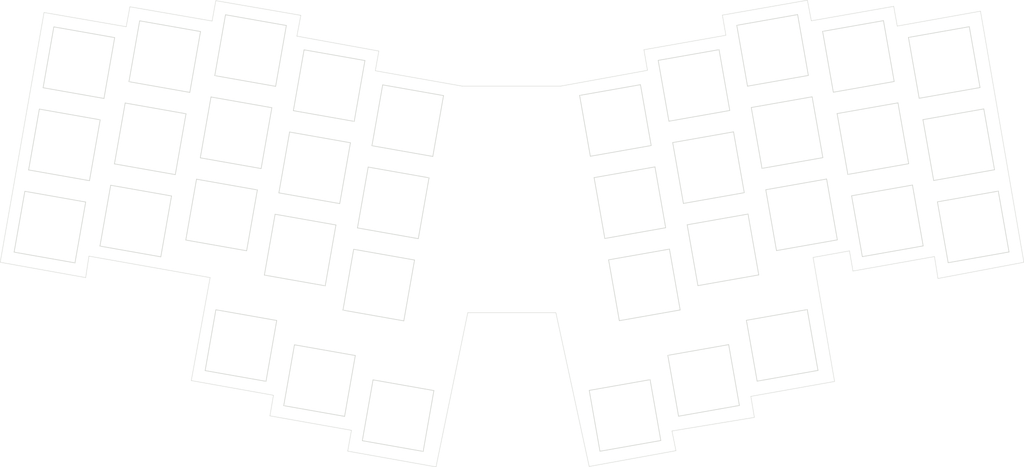
<source format=kicad_pcb>
(kicad_pcb (version 20221018) (generator pcbnew)
  (layers (0 "F.Cu" signal) (31 "B.Cu" signal) (34 "B.Paste" user) (35 "F.Paste" user) (36 "B.SilkS" user "B.Silkscreen") (37 "F.SilkS" user "F.Silkscreen") (38 "B.Mask" user) (39 "F.Mask" user) (44 "Edge.Cuts" user))
  (net 0 "")
  (footprint "kbd_SW_Hole:SW_Hole_1u" (layer "F.Cu") (at 33.339352 87.973129 -10)
    (fp_text reference "SW21" hide)
    (fp_text value "SW_PUSH" hide)
    (fp_line (start -7.05 -7.05) (end 7.05 -7.05) (stroke (width 0.15)) (layer "Edge.Cuts"))
    (fp_line (start -7.05 7.05) (end -7.05 -7.05) (stroke (width 0.15)) (layer "Edge.Cuts"))
    (fp_line (start 7.05 -7.05) (end 7.05 7.05) (stroke (width 0.15)) (layer "Edge.Cuts"))
    (fp_line (start 7.05 7.05) (end -7.05 7.05) (stroke (width 0.15)) (layer "Edge.Cuts"))
  )
  (footprint "kbd_SW_Hole:SW_Hole_1u" (layer "F.Cu") (at 72.514526 85.208831 -10)
    (fp_text reference "SW23" hide)
    (fp_text value "SW_PUSH" hide)
    (fp_line (start -7.05 -7.05) (end 7.05 -7.05) (stroke (width 0.15)) (layer "Edge.Cuts"))
    (fp_line (start -7.05 7.05) (end -7.05 -7.05) (stroke (width 0.15)) (layer "Edge.Cuts"))
    (fp_line (start 7.05 -7.05) (end 7.05 7.05) (stroke (width 0.15)) (layer "Edge.Cuts"))
    (fp_line (start 7.05 7.05) (end -7.05 7.05) (stroke (width 0.15)) (layer "Edge.Cuts"))
  )
  (footprint "kbd_Hole:m2_Screw_Hole" (layer "F.Cu") (at 165.735 72.39)
    (fp_text reference "Ref**")
    (fp_text value "Val**")
    (pad "" np_thru_hole circle (at 0 0) (size 2.2 2.2) (drill 2.2) (layers "F&B.Cu" "*.Mask"))
  )
  (footprint "kbd_SW_Hole:SW_Hole_1u" (layer "F.Cu") (at 237.427311 50.410934 10)
    (fp_text reference "SW10" hide)
    (fp_text value "SW_PUSH" hide)
    (fp_line (start -7.05 -7.05) (end 7.05 -7.05) (stroke (width 0.15)) (layer "Edge.Cuts"))
    (fp_line (start -7.05 7.05) (end -7.05 -7.05) (stroke (width 0.15)) (layer "Edge.Cuts"))
    (fp_line (start 7.05 -7.05) (end 7.05 7.05) (stroke (width 0.15)) (layer "Edge.Cuts"))
    (fp_line (start 7.05 7.05) (end -7.05 7.05) (stroke (width 0.15)) (layer "Edge.Cuts"))
  )
  (footprint "kbd_SW_Hole:SW_Hole_1u" (layer "F.Cu") (at 217.839723 49.028785 10)
    (fp_text reference "SW9" hide)
    (fp_text value "SW_PUSH" hide)
    (fp_line (start -7.05 -7.05) (end 7.05 -7.05) (stroke (width 0.15)) (layer "Edge.Cuts"))
    (fp_line (start -7.05 7.05) (end -7.05 -7.05) (stroke (width 0.15)) (layer "Edge.Cuts"))
    (fp_line (start 7.05 -7.05) (end 7.05 7.05) (stroke (width 0.15)) (layer "Edge.Cuts"))
    (fp_line (start 7.05 7.05) (end -7.05 7.05) (stroke (width 0.15)) (layer "Edge.Cuts"))
  )
  (footprint "kbd_SW_Hole:SW_Hole_1u" (layer "F.Cu") (at 183.626546 74.405368 10)
    (fp_text reference "SW17" hide)
    (fp_text value "SW_PUSH" hide)
    (fp_line (start -7.05 -7.05) (end 7.05 -7.05) (stroke (width 0.15)) (layer "Edge.Cuts"))
    (fp_line (start -7.05 7.05) (end -7.05 -7.05) (stroke (width 0.15)) (layer "Edge.Cuts"))
    (fp_line (start 7.05 -7.05) (end 7.05 7.05) (stroke (width 0.15)) (layer "Edge.Cuts"))
    (fp_line (start 7.05 7.05) (end -7.05 7.05) (stroke (width 0.15)) (layer "Edge.Cuts"))
  )
  (footprint "kbd_SW_Hole:SW_Hole_1u" (layer "F.Cu") (at 201.560134 66.407223 10)
    (fp_text reference "SW18" hide)
    (fp_text value "SW_PUSH" hide)
    (fp_line (start -7.05 -7.05) (end 7.05 -7.05) (stroke (width 0.15)) (layer "Edge.Cuts"))
    (fp_line (start -7.05 7.05) (end -7.05 -7.05) (stroke (width 0.15)) (layer "Edge.Cuts"))
    (fp_line (start 7.05 -7.05) (end 7.05 7.05) (stroke (width 0.15)) (layer "Edge.Cuts"))
    (fp_line (start 7.05 7.05) (end -7.05 7.05) (stroke (width 0.15)) (layer "Edge.Cuts"))
  )
  (footprint "kbd_SW_Hole:SW_Hole_1u" (layer "F.Cu") (at 94.866412 123.001856 -10)
    (fp_text reference "SW32" hide)
    (fp_text value "SW_PUSH" hide)
    (fp_line (start -7.05 -7.05) (end 7.05 -7.05) (stroke (width 0.15)) (layer "Edge.Cuts"))
    (fp_line (start -7.05 7.05) (end -7.05 -7.05) (stroke (width 0.15)) (layer "Edge.Cuts"))
    (fp_line (start 7.05 -7.05) (end 7.05 7.05) (stroke (width 0.15)) (layer "Edge.Cuts"))
    (fp_line (start 7.05 7.05) (end -7.05 7.05) (stroke (width 0.15)) (layer "Edge.Cuts"))
  )
  (footprint "kbd_SW_Hole:SW_Hole_1u" (layer "F.Cu") (at 90.448114 93.206975 -10)
    (fp_text reference "SW24" hide)
    (fp_text value "SW_PUSH" hide)
    (fp_line (start -7.05 -7.05) (end 7.05 -7.05) (stroke (width 0.15)) (layer "Edge.Cuts"))
    (fp_line (start -7.05 7.05) (end -7.05 -7.05) (stroke (width 0.15)) (layer "Edge.Cuts"))
    (fp_line (start 7.05 -7.05) (end 7.05 7.05) (stroke (width 0.15)) (layer "Edge.Cuts"))
    (fp_line (start 7.05 7.05) (end -7.05 7.05) (stroke (width 0.15)) (layer "Edge.Cuts"))
  )
  (footprint "kbd_SW_Hole:SW_Hole_1u" (layer "F.Cu") (at 112.8 131 -10)
    (fp_text reference "SW33" hide)
    (fp_text value "SW_PUSH" hide)
    (fp_line (start -7.05 -7.05) (end 7.05 -7.05) (stroke (width 0.15)) (layer "Edge.Cuts"))
    (fp_line (start -7.05 7.05) (end -7.05 -7.05) (stroke (width 0.15)) (layer "Edge.Cuts"))
    (fp_line (start 7.05 -7.05) (end 7.05 7.05) (stroke (width 0.15)) (layer "Edge.Cuts"))
    (fp_line (start 7.05 7.05) (end -7.05 7.05) (stroke (width 0.15)) (layer "Edge.Cuts"))
  )
  (footprint "kbd_SW_Hole:SW_Hole_1u" (layer "F.Cu") (at 240.735308 69.171522 10)
    (fp_text reference "SW20" hide)
    (fp_text value "SW_PUSH" hide)
    (fp_line (start -7.05 -7.05) (end 7.05 -7.05) (stroke (width 0.15)) (layer "Edge.Cuts"))
    (fp_line (start -7.05 7.05) (end -7.05 -7.05) (stroke (width 0.15)) (layer "Edge.Cuts"))
    (fp_line (start 7.05 -7.05) (end 7.05 7.05) (stroke (width 0.15)) (layer "Edge.Cuts"))
    (fp_line (start 7.05 7.05) (end -7.05 7.05) (stroke (width 0.15)) (layer "Edge.Cuts"))
  )
  (footprint "kbd_SW_Hole:SW_Hole_1u" (layer "F.Cu") (at 180.318548 55.64478 10)
    (fp_text reference "SW7" hide)
    (fp_text value "SW_PUSH" hide)
    (fp_line (start -7.05 -7.05) (end 7.05 -7.05) (stroke (width 0.15)) (layer "Edge.Cuts"))
    (fp_line (start -7.05 7.05) (end -7.05 -7.05) (stroke (width 0.15)) (layer "Edge.Cuts"))
    (fp_line (start 7.05 -7.05) (end 7.05 7.05) (stroke (width 0.15)) (layer "Edge.Cuts"))
    (fp_line (start 7.05 7.05) (end -7.05 7.05) (stroke (width 0.15)) (layer "Edge.Cuts"))
  )
  (footprint "kbd_Hole:m2_Screw_Hole" (layer "F.Cu") (at 234.95 60.325)
    (fp_text reference "Ref**")
    (fp_text value "Val**")
    (pad "" np_thru_hole circle (at 0 0) (size 2.2 2.2) (drill 2.2) (layers "F&B.Cu" "*.Mask"))
  )
  (footprint "kbd_SW_Hole:SW_Hole_1u" (layer "F.Cu") (at 93.756112 74.446388 -10)
    (fp_text reference "SW14" hide)
    (fp_text value "SW_PUSH" hide)
    (fp_line (start -7.05 -7.05) (end 7.05 -7.05) (stroke (width 0.15)) (layer "Edge.Cuts"))
    (fp_line (start -7.05 7.05) (end -7.05 -7.05) (stroke (width 0.15)) (layer "Edge.Cuts"))
    (fp_line (start 7.05 -7.05) (end 7.05 7.05) (stroke (width 0.15)) (layer "Edge.Cuts"))
    (fp_line (start 7.05 7.05) (end -7.05 7.05) (stroke (width 0.15)) (layer "Edge.Cuts"))
  )
  (footprint "kbd_SW_Hole:SW_Hole_1u" (layer "F.Cu") (at 56.234937 67.830392 -10)
    (fp_text reference "SW12" hide)
    (fp_text value "SW_PUSH" hide)
    (fp_line (start -7.05 -7.05) (end 7.05 -7.05) (stroke (width 0.15)) (layer "Edge.Cuts"))
    (fp_line (start -7.05 7.05) (end -7.05 -7.05) (stroke (width 0.15)) (layer "Edge.Cuts"))
    (fp_line (start 7.05 -7.05) (end 7.05 7.05) (stroke (width 0.15)) (layer "Edge.Cuts"))
    (fp_line (start 7.05 7.05) (end -7.05 7.05) (stroke (width 0.15)) (layer "Edge.Cuts"))
  )
  (footprint "kbd_Hole:m2_Screw_Hole" (layer "F.Cu") (at 35.56 78.74)
    (fp_text reference "Ref**")
    (fp_text value "Val**")
    (pad "" np_thru_hole circle (at 0 0) (size 2.2 2.2) (drill 2.2) (layers "F&B.Cu" "*.Mask"))
  )
  (footprint "kbd_SW_Hole:SW_Hole_1u" (layer "F.Cu") (at 114.997698 63.683945 -10)
    (fp_text reference "SW5" hide)
    (fp_text value "SW_PUSH" hide)
    (fp_line (start -7.05 -7.05) (end 7.05 -7.05) (stroke (width 0.15)) (layer "Edge.Cuts"))
    (fp_line (start -7.05 7.05) (end -7.05 -7.05) (stroke (width 0.15)) (layer "Edge.Cuts"))
    (fp_line (start 7.05 -7.05) (end 7.05 7.05) (stroke (width 0.15)) (layer "Edge.Cuts"))
    (fp_line (start 7.05 7.05) (end -7.05 7.05) (stroke (width 0.15)) (layer "Edge.Cuts"))
  )
  (footprint "kbd_Hole:m2_Screw_Hole" (layer "F.Cu") (at 113.665 73.025)
    (fp_text reference "Ref**")
    (fp_text value "Val**")
    (pad "" np_thru_hole circle (at 0 0) (size 2.2 2.2) (drill 2.2) (layers "F&B.Cu" "*.Mask"))
  )
  (footprint "kbd_SW_Hole:SW_Hole_1u" (layer "F.Cu") (at 52.926939 86.59098 -10)
    (fp_text reference "SW22" hide)
    (fp_text value "SW_PUSH" hide)
    (fp_line (start -7.05 -7.05) (end 7.05 -7.05) (stroke (width 0.15)) (layer "Edge.Cuts"))
    (fp_line (start -7.05 7.05) (end -7.05 -7.05) (stroke (width 0.15)) (layer "Edge.Cuts"))
    (fp_line (start 7.05 -7.05) (end 7.05 7.05) (stroke (width 0.15)) (layer "Edge.Cuts"))
    (fp_line (start 7.05 7.05) (end -7.05 7.05) (stroke (width 0.15)) (layer "Edge.Cuts"))
  )
  (footprint "kbd_SW_Hole:SW_Hole_1u" (layer "F.Cu") (at 200.449835 114.962691 10)
    (fp_text reference "SW36" hide)
    (fp_text value "SW_PUSH" hide)
    (fp_line (start -7.05 -7.05) (end 7.05 -7.05) (stroke (width 0.15)) (layer "Edge.Cuts"))
    (fp_line (start -7.05 7.05) (end -7.05 -7.05) (stroke (width 0.15)) (layer "Edge.Cuts"))
    (fp_line (start 7.05 -7.05) (end 7.05 7.05) (stroke (width 0.15)) (layer "Edge.Cuts"))
    (fp_line (start 7.05 7.05) (end -7.05 7.05) (stroke (width 0.15)) (layer "Edge.Cuts"))
  )
  (footprint "kbd_SW_Hole:SW_Hole_1u" (layer "F.Cu") (at 79.130522 47.687655 -10)
    (fp_text reference "SW3" hide)
    (fp_text value "SW_PUSH" hide)
    (fp_line (start -7.05 -7.05) (end 7.05 -7.05) (stroke (width 0.15)) (layer "Edge.Cuts"))
    (fp_line (start -7.05 7.05) (end -7.05 -7.05) (stroke (width 0.15)) (layer "Edge.Cuts"))
    (fp_line (start 7.05 -7.05) (end 7.05 7.05) (stroke (width 0.15)) (layer "Edge.Cuts"))
    (fp_line (start 7.05 7.05) (end -7.05 7.05) (stroke (width 0.15)) (layer "Edge.Cuts"))
  )
  (footprint "kbd_SW_Hole:SW_Hole_1u" (layer "F.Cu") (at 204.868132 85.167811 10)
    (fp_text reference "SW28" hide)
    (fp_text value "SW_PUSH" hide)
    (fp_line (start -7.05 -7.05) (end 7.05 -7.05) (stroke (width 0.15)) (layer "Edge.Cuts"))
    (fp_line (start -7.05 7.05) (end -7.05 -7.05) (stroke (width 0.15)) (layer "Edge.Cuts"))
    (fp_line (start 7.05 -7.05) (end 7.05 7.05) (stroke (width 0.15)) (layer "Edge.Cuts"))
    (fp_line (start 7.05 7.05) (end -7.05 7.05) (stroke (width 0.15)) (layer "Edge.Cuts"))
  )
  (footprint "kbd_SW_Hole:SW_Hole_1u" (layer "F.Cu") (at 111.6897 82.444532 -10)
    (fp_text reference "SW15" hide)
    (fp_text value "SW_PUSH" hide)
    (fp_line (start -7.05 -7.05) (end 7.05 -7.05) (stroke (width 0.15)) (layer "Edge.Cuts"))
    (fp_line (start -7.05 7.05) (end -7.05 -7.05) (stroke (width 0.15)) (layer "Edge.Cuts"))
    (fp_line (start 7.05 -7.05) (end 7.05 7.05) (stroke (width 0.15)) (layer "Edge.Cuts"))
    (fp_line (start 7.05 7.05) (end -7.05 7.05) (stroke (width 0.15)) (layer "Edge.Cuts"))
  )
  (footprint "kbd_SW_Hole:SW_Hole_1u" (layer "F.Cu") (at 39.955347 50.451953 -10)
    (fp_text reference "SW1" hide)
    (fp_text value "SW_PUSH" hide)
    (fp_line (start -7.05 -7.05) (end 7.05 -7.05) (stroke (width 0.15)) (layer "Edge.Cuts"))
    (fp_line (start -7.05 7.05) (end -7.05 -7.05) (stroke (width 0.15)) (layer "Edge.Cuts"))
    (fp_line (start 7.05 -7.05) (end 7.05 7.05) (stroke (width 0.15)) (layer "Edge.Cuts"))
    (fp_line (start 7.05 7.05) (end -7.05 7.05) (stroke (width 0.15)) (layer "Edge.Cuts"))
  )
  (footprint "kbd_SW_Hole:SW_Hole_1u" (layer "F.Cu") (at 59.542935 49.069804 -10)
    (fp_text reference "SW2" hide)
    (fp_text value "SW_PUSH" hide)
    (fp_line (start -7.05 -7.05) (end 7.05 -7.05) (stroke (width 0.15)) (layer "Edge.Cuts"))
    (fp_line (start -7.05 7.05) (end -7.05 -7.05) (stroke (width 0.15)) (layer "Edge.Cuts"))
    (fp_line (start 7.05 -7.05) (end 7.05 7.05) (stroke (width 0.15)) (layer "Edge.Cuts"))
    (fp_line (start 7.05 7.05) (end -7.05 7.05) (stroke (width 0.15)) (layer "Edge.Cuts"))
  )
  (footprint "kbd_Hole:m2_Screw_Hole" (layer "F.Cu") (at 186.7 108.9)
    (fp_text reference "Ref**")
    (fp_text value "Val**")
    (pad "" np_thru_hole circle (at 0 0) (size 2.2 2.2) (drill 2.2) (layers "F&B.Cu" "*.Mask"))
  )
  (footprint "kbd_SW_Hole:SW_Hole_1u" (layer "F.Cu") (at 198.252136 47.646636 10)
    (fp_text reference "SW8" hide)
    (fp_text value "SW_PUSH" hide)
    (fp_line (start -7.05 -7.05) (end 7.05 -7.05) (stroke (width 0.15)) (layer "Edge.Cuts"))
    (fp_line (start -7.05 7.05) (end -7.05 -7.05) (stroke (width 0.15)) (layer "Edge.Cuts"))
    (fp_line (start 7.05 -7.05) (end 7.05 7.05) (stroke (width 0.15)) (layer "Edge.Cuts"))
    (fp_line (start 7.05 7.05) (end -7.05 7.05) (stroke (width 0.15)) (layer "Edge.Cuts"))
  )
  (footprint "kbd_SW_Hole:SW_Hole_1u" (layer "F.Cu") (at 36.64735 69.212541 -10)
    (fp_text reference "SW11" hide)
    (fp_text value "SW_PUSH" hide)
    (fp_line (start -7.05 -7.05) (end 7.05 -7.05) (stroke (width 0.15)) (layer "Edge.Cuts"))
    (fp_line (start -7.05 7.05) (end -7.05 -7.05) (stroke (width 0.15)) (layer "Edge.Cuts"))
    (fp_line (start 7.05 -7.05) (end 7.05 7.05) (stroke (width 0.15)) (layer "Edge.Cuts"))
    (fp_line (start 7.05 7.05) (end -7.05 7.05) (stroke (width 0.15)) (layer "Edge.Cuts"))
  )
  (footprint "kbd_SW_Hole:SW_Hole_1u" (layer "F.Cu") (at 182.516246 122.960836 10)
    (fp_text reference "SW35" hide)
    (fp_text value "SW_PUSH" hide)
    (fp_line (start -7.05 -7.05) (end 7.05 -7.05) (stroke (width 0.15)) (layer "Edge.Cuts"))
    (fp_line (start -7.05 7.05) (end -7.05 -7.05) (stroke (width 0.15)) (layer "Edge.Cuts"))
    (fp_line (start 7.05 -7.05) (end 7.05 7.05) (stroke (width 0.15)) (layer "Edge.Cuts"))
    (fp_line (start 7.05 7.05) (end -7.05 7.05) (stroke (width 0.15)) (layer "Edge.Cuts"))
  )
  (footprint "kbd_SW_Hole:SW_Hole_1u" (layer "F.Cu") (at 244.043306 87.932109 10)
    (fp_text reference "SW30" hide)
    (fp_text value "SW_PUSH" hide)
    (fp_line (start -7.05 -7.05) (end 7.05 -7.05) (stroke (width 0.15)) (layer "Edge.Cuts"))
    (fp_line (start -7.05 7.05) (end -7.05 -7.05) (stroke (width 0.15)) (layer "Edge.Cuts"))
    (fp_line (start 7.05 -7.05) (end 7.05 7.05) (stroke (width 0.15)) (layer "Edge.Cuts"))
    (fp_line (start 7.05 7.05) (end -7.05 7.05) (stroke (width 0.15)) (layer "Edge.Cuts"))
  )
  (footprint "kbd_SW_Hole:SW_Hole_1u" (layer "F.Cu") (at 165.692958 82.403513 10)
    (fp_text reference "SW16" hide)
    (fp_text value "SW_PUSH" hide)
    (fp_line (start -7.05 -7.05) (end 7.05 -7.05) (stroke (width 0.15)) (layer "Edge.Cuts"))
    (fp_line (start -7.05 7.05) (end -7.05 -7.05) (stroke (width 0.15)) (layer "Edge.Cuts"))
    (fp_line (start 7.05 -7.05) (end 7.05 7.05) (stroke (width 0.15)) (layer "Edge.Cuts"))
    (fp_line (start 7.05 7.05) (end -7.05 7.05) (stroke (width 0.15)) (layer "Edge.Cuts"))
  )
  (footprint "kbd_SW_Hole:SW_Hole_1u" (layer "F.Cu") (at 169.000955 101.1641 10)
    (fp_text reference "SW26" hide)
    (fp_text value "SW_PUSH" hide)
    (fp_line (start -7.05 -7.05) (end 7.05 -7.05) (stroke (width 0.15)) (layer "Edge.Cuts"))
    (fp_line (start -7.05 7.05) (end -7.05 -7.05) (stroke (width 0.15)) (layer "Edge.Cuts"))
    (fp_line (start 7.05 -7.05) (end 7.05 7.05) (stroke (width 0.15)) (layer "Edge.Cuts"))
    (fp_line (start 7.05 7.05) (end -7.05 7.05) (stroke (width 0.15)) (layer "Edge.Cuts"))
  )
  (footprint "kbd_Hole:m2_Screw_Hole" (layer "F.Cu") (at 121.8 119.1)
    (fp_text reference "Ref**")
    (fp_text value "Val**")
    (pad "" np_thru_hole circle (at 0 0) (size 2.2 2.2) (drill 2.2) (layers "F&B.Cu" "*.Mask"))
  )
  (footprint "kbd_SW_Hole:SW_Hole_1u" (layer "F.Cu") (at 108.381703 101.20512 -10)
    (fp_text reference "SW25" hide)
    (fp_text value "SW_PUSH" hide)
    (fp_line (start -7.05 -7.05) (end 7.05 -7.05) (stroke (width 0.15)) (layer "Edge.Cuts"))
    (fp_line (start -7.05 7.05) (end -7.05 -7.05) (stroke (width 0.15)) (layer "Edge.Cuts"))
    (fp_line (start 7.05 -7.05) (end 7.05 7.05) (stroke (width 0.15)) (layer "Edge.Cuts"))
    (fp_line (start 7.05 7.05) (end -7.05 7.05) (stroke (width 0.15)) (layer "Edge.Cuts"))
  )
  (footprint "kbd_Hole:m2_Screw_Hole" (layer "F.Cu") (at 155.6 119.3)
    (fp_text reference "Ref**")
    (fp_text value "Val**")
    (pad "" np_thru_hole circle (at 0 0) (size 2.2 2.2) (drill 2.2) (layers "F&B.Cu" "*.Mask"))
  )
  (footprint "kbd_SW_Hole:SW_Hole_1u" (layer "F.Cu") (at 75.822524 66.448243 -10)
    (fp_text reference "SW13" hide)
    (fp_text value "SW_PUSH" hide)
    (fp_line (start -7.05 -7.05) (end 7.05 -7.05) (stroke (width 0.15)) (layer "Edge.Cuts"))
    (fp_line (start -7.05 7.05) (end -7.05 -7.05) (stroke (width 0.15)) (layer "Edge.Cuts"))
    (fp_line (start 7.05 -7.05) (end 7.05 7.05) (stroke (width 0.15)) (layer "Edge.Cuts"))
    (fp_line (start 7.05 7.05) (end -7.05 7.05) (stroke (width 0.15)) (layer "Edge.Cuts"))
  )
  (footprint "kbd_Hole:m2_Screw_Hole" (layer "F.Cu") (at 38.1 59.69)
    (fp_text reference "Ref**")
    (fp_text value "Val**")
    (pad "" np_thru_hole circle (at 0 0) (size 2.2 2.2) (drill 2.2) (layers "*.Cu" "*.Mask"))
  )
  (footprint "kbd_SW_Hole:SW_Hole_1u" (layer "F.Cu") (at 76.932823 115.003711 -10)
    (fp_text reference "SW31" hide)
    (fp_text value "SW_PUSH" hide)
    (fp_line (start -7.05 -7.05) (end 7.05 -7.05) (stroke (width 0.15)) (layer "Edge.Cuts"))
    (fp_line (start -7.05 7.05) (end -7.05 -7.05) (stroke (width 0.15)) (layer "Edge.Cuts"))
    (fp_line (start 7.05 -7.05) (end 7.05 7.05) (stroke (width 0.15)) (layer "Edge.Cuts"))
    (fp_line (start 7.05 7.05) (end -7.05 7.05) (stroke (width 0.15)) (layer "Edge.Cuts"))
  )
  (footprint "kbd_SW_Hole:SW_Hole_1u" (layer "F.Cu") (at 162.38496 63.642925 10)
    (fp_text reference "SW6" hide)
    (fp_text value "SW_PUSH" hide)
    (fp_line (start -7.05 -7.05) (end 7.05 -7.05) (stroke (width 0.15)) (layer "Edge.Cuts"))
    (fp_line (start -7.05 7.05) (end -7.05 -7.05) (stroke (width 0.15)) (layer "Edge.Cuts"))
    (fp_line (start 7.05 -7.05) (end 7.05 7.05) (stroke (width 0.15)) (layer "Edge.Cuts"))
    (fp_line (start 7.05 7.05) (end -7.05 7.05) (stroke (width 0.15)) (layer "Edge.Cuts"))
  )
  (footprint "kbd_Hole:m2_Screw_Hole" (layer "F.Cu") (at 91.6 108.8)
    (fp_text reference "Ref**")
    (fp_text value "Val**")
    (pad "" np_thru_hole circle (at 0 0) (size 2.2 2.2) (drill 2.2) (layers "F&B.Cu" "*.Mask"))
  )
  (footprint "kbd_SW_Hole:SW_Hole_1u" (layer "F.Cu") (at 97.06411 55.6858 -10)
    (fp_text reference "SW4" hide)
    (fp_text value "SW_PUSH" hide)
    (fp_line (start -7.05 -7.05) (end 7.05 -7.05) (stroke (width 0.15)) (layer "Edge.Cuts"))
    (fp_line (start -7.05 7.05) (end -7.05 -7.05) (stroke (width 0.15)) (layer "Edge.Cuts"))
    (fp_line (start 7.05 -7.05) (end 7.05 7.05) (stroke (width 0.15)) (layer "Edge.Cuts"))
    (fp_line (start 7.05 7.05) (end -7.05 7.05) (stroke (width 0.15)) (layer "Edge.Cuts"))
  )
  (footprint "kbd_SW_Hole:SW_Hole_1u" (layer "F.Cu") (at 164.582658 130.958981 10)
    (fp_text reference "SW34" hide)
    (fp_text value "SW_PUSH" hide)
    (fp_line (start -7.05 -7.05) (end 7.05 -7.05) (stroke (width 0.15)) (layer "Edge.Cuts"))
    (fp_line (start -7.05 7.05) (end -7.05 -7.05) (stroke (width 0.15)) (layer "Edge.Cuts"))
    (fp_line (start 7.05 -7.05) (end 7.05 7.05) (stroke (width 0.15)) (layer "Edge.Cuts"))
    (fp_line (start 7.05 7.05) (end -7.05 7.05) (stroke (width 0.15)) (layer "Edge.Cuts"))
  )
  (footprint "kbd_SW_Hole:SW_Hole_1u" (layer "F.Cu") (at 186.934544 93.165956 10)
    (fp_text reference "SW27" hide)
    (fp_text value "SW_PUSH" hide)
    (fp_line (start -7.05 -7.05) (end 7.05 -7.05) (stroke (width 0.15)) (layer "Edge.Cuts"))
    (fp_line (start -7.05 7.05) (end -7.05 -7.05) (stroke (width 0.15)) (layer "Edge.Cuts"))
    (fp_line (start 7.05 -7.05) (end 7.05 7.05) (stroke (width 0.15)) (layer "Edge.Cuts"))
    (fp_line (start 7.05 7.05) (end -7.05 7.05) (stroke (width 0.15)) (layer "Edge.Cuts"))
  )
  (footprint "kbd_SW_Hole:SW_Hole_1u" (layer "F.Cu") (at 221.147721 67.789372 10)
    (fp_text reference "SW19" hide)
    (fp_text value "SW_PUSH" hide)
    (fp_line (start -7.05 -7.05) (end 7.05 -7.05) (stroke (width 0.15)) (layer "Edge.Cuts"))
    (fp_line (start -7.05 7.05) (end -7.05 -7.05) (stroke (width 0.15)) (layer "Edge.Cuts"))
    (fp_line (start 7.05 -7.05) (end 7.05 7.05) (stroke (width 0.15)) (layer "Edge.Cuts"))
    (fp_line (start 7.05 7.05) (end -7.05 7.05) (stroke (width 0.15)) (layer "Edge.Cuts"))
  )
  (footprint "kbd_SW_Hole:SW_Hole_1u" (layer "F.Cu") (at 224.455719 86.54996 10)
    (fp_text reference "SW29" hide)
    (fp_text value "SW_PUSH" hide)
    (fp_line (start -7.05 -7.05) (end 7.05 -7.05) (stroke (width 0.15)) (layer "Edge.Cuts"))
    (fp_line (start -7.05 7.05) (end -7.05 -7.05) (stroke (width 0.15)) (layer "Edge.Cuts"))
    (fp_line (start 7.05 -7.05) (end 7.05 7.05) (stroke (width 0.15)) (layer "Edge.Cuts"))
    (fp_line (start 7.05 7.05) (end -7.05 7.05) (stroke (width 0.15)) (layer "Edge.Cuts"))
  )
  (footprint "kbd_Hole:m2_Screw_Hole" (layer "F.Cu") (at 238.76 79.375)
    (fp_text reference "Ref**")
    (fp_text value "Val**")
    (pad "" np_thru_hole circle (at 0 0) (size 2.2 2.2) (drill 2.2) (layers "F&B.Cu" "*.Mask"))
  )
  (gr_line (start 216.6 98) (end 215.8 93.4) (stroke (width 0.1)) (layer "Edge.Cuts"))
  (gr_line (start 148.8 107.5) (end 156.4 142.6) (stroke (width 0.1)) (layer "Edge.Cuts"))
  (gr_line (start 149.9 55.8) (end 169.7 52.2) (stroke (width 0.1)) (layer "Edge.Cuts"))
  (gr_line (start 89.7 44.4) (end 108.4 47.8) (stroke (width 0.1)) (layer "Edge.Cuts"))
  (gr_line (start 193.3 126.6) (end 194.1 131.4) (stroke (width 0.1)) (layer "Edge.Cuts"))
  (gr_line (start 255.6 96) (end 236 99.7) (stroke (width 0.1)) (layer "Edge.Cuts"))
  (gr_line (start 169.7 52.2) (end 168.9 47.5) (stroke (width 0.1)) (layer "Edge.Cuts"))
  (gr_line (start 148.8 107.5) (end 128.7 107.5) (stroke (width 0.1)) (layer "Edge.Cuts"))
  (gr_line (start 83.55 131.05) (end 84.35 126.35) (stroke (width 0.1)) (layer "Edge.Cuts"))
  (gr_line (start 225.9 37.6) (end 226.7 42.1) (stroke (width 0.1)) (layer "Edge.Cuts"))
  (gr_line (start 176.2 139) (end 156.4 142.6) (stroke (width 0.1)) (layer "Edge.Cuts"))
  (gr_line (start 71.2 36.3) (end 70.35 40.95) (stroke (width 0.1)) (layer "Edge.Cuts"))
  (gr_line (start 207.5 94.9) (end 212.4 123.2) (stroke (width 0.1)) (layer "Edge.Cuts"))
  (gr_line (start 168.9 47.5) (end 187.6 44.2) (stroke (width 0.1)) (layer "Edge.Cuts"))
  (gr_line (start 65.6 123) (end 69.9 99.5) (stroke (width 0.1)) (layer "Edge.Cuts"))
  (gr_line (start 127.4 55.8) (end 149.9 55.8) (stroke (width 0.1)) (layer "Edge.Cuts"))
  (gr_line (start 50.75 42.25) (end 51.6 37.7) (stroke (width 0.1)) (layer "Edge.Cuts"))
  (gr_line (start 226.7 42.1) (end 245.7 38.7) (stroke (width 0.1)) (layer "Edge.Cuts"))
  (gr_line (start 32 39) (end 50.75 42.25) (stroke (width 0.1)) (layer "Edge.Cuts"))
  (gr_line (start 215.8 93.4) (end 207.5 94.9) (stroke (width 0.1)) (layer "Edge.Cuts"))
  (gr_line (start 128.7 107.5) (end 121.45 142.7) (stroke (width 0.1)) (layer "Edge.Cuts"))
  (gr_line (start 42.25 94.6) (end 41.5 99.5) (stroke (width 0.1)) (layer "Edge.Cuts"))
  (gr_line (start 121.45 142.7) (end 101.3 139.1) (stroke (width 0.1)) (layer "Edge.Cuts"))
  (gr_line (start 101.3 139.1) (end 102.15 134.35) (stroke (width 0.1)) (layer "Edge.Cuts"))
  (gr_line (start 41.5 99.5) (end 22 96) (stroke (width 0.1)) (layer "Edge.Cuts"))
  (gr_line (start 235.2 94.7) (end 216.6 98) (stroke (width 0.1)) (layer "Edge.Cuts"))
  (gr_line (start 175.3 134.5) (end 176.2 139) (stroke (width 0.1)) (layer "Edge.Cuts"))
  (gr_line (start 245.7 38.7) (end 255.6 96) (stroke (width 0.1)) (layer "Edge.Cuts"))
  (gr_line (start 207.1 40.9) (end 225.9 37.6) (stroke (width 0.1)) (layer "Edge.Cuts"))
  (gr_line (start 187.6 44.2) (end 186.8 39.6) (stroke (width 0.1)) (layer "Edge.Cuts"))
  (gr_line (start 108.4 47.8) (end 107.6 52.3) (stroke (width 0.1)) (layer "Edge.Cuts"))
  (gr_line (start 84.35 126.35) (end 65.6 123) (stroke (width 0.1)) (layer "Edge.Cuts"))
  (gr_line (start 69.9 99.5) (end 42.25 94.6) (stroke (width 0.1)) (layer "Edge.Cuts"))
  (gr_line (start 90.6 39.65) (end 89.7 44.4) (stroke (width 0.1)) (layer "Edge.Cuts"))
  (gr_line (start 236 99.7) (end 235.2 94.7) (stroke (width 0.1)) (layer "Edge.Cuts"))
  (gr_line (start 22 96) (end 32 39) (stroke (width 0.1)) (layer "Edge.Cuts"))
  (gr_line (start 194.1 131.4) (end 175.3 134.5) (stroke (width 0.1)) (layer "Edge.Cuts"))
  (gr_line (start 212.4 123.2) (end 193.3 126.6) (stroke (width 0.1)) (layer "Edge.Cuts"))
  (gr_line (start 186.8 39.6) (end 206.2 36.2) (stroke (width 0.1)) (layer "Edge.Cuts"))
  (gr_line (start 107.6 52.3) (end 127.4 55.8) (stroke (width 0.1)) (layer "Edge.Cuts"))
  (gr_line (start 102.15 134.35) (end 83.55 131.05) (stroke (width 0.1)) (layer "Edge.Cuts"))
  (gr_line (start 71.2 36.3) (end 90.6 39.65) (stroke (width 0.1)) (layer "Edge.Cuts"))
  (gr_line (start 207.1 40.9) (end 206.2 36.2) (stroke (width 0.1)) (layer "Edge.Cuts"))
  (gr_line (start 51.6 37.7) (end 70.35 40.95) (stroke (width 0.1)) (layer "Edge.Cuts"))
)
</source>
